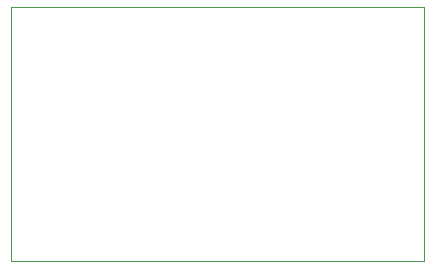
<source format=gbr>
%TF.GenerationSoftware,KiCad,Pcbnew,(6.0.2-0)*%
%TF.CreationDate,2022-02-23T07:38:32+00:00*%
%TF.ProjectId,Generic3,47656e65-7269-4633-932e-6b696361645f,1*%
%TF.SameCoordinates,Original*%
%TF.FileFunction,Profile,NP*%
%FSLAX46Y46*%
G04 Gerber Fmt 4.6, Leading zero omitted, Abs format (unit mm)*
G04 Created by KiCad (PCBNEW (6.0.2-0)) date 2022-02-23 07:38:32*
%MOMM*%
%LPD*%
G01*
G04 APERTURE LIST*
%TA.AperFunction,Profile*%
%ADD10C,0.100000*%
%TD*%
G04 APERTURE END LIST*
D10*
X136950000Y-75750000D02*
X171950000Y-75750000D01*
X171950000Y-75750000D02*
X171950000Y-54250000D01*
X136950000Y-54250000D02*
X136950000Y-75750000D01*
X171950000Y-54250000D02*
X136950000Y-54250000D01*
M02*

</source>
